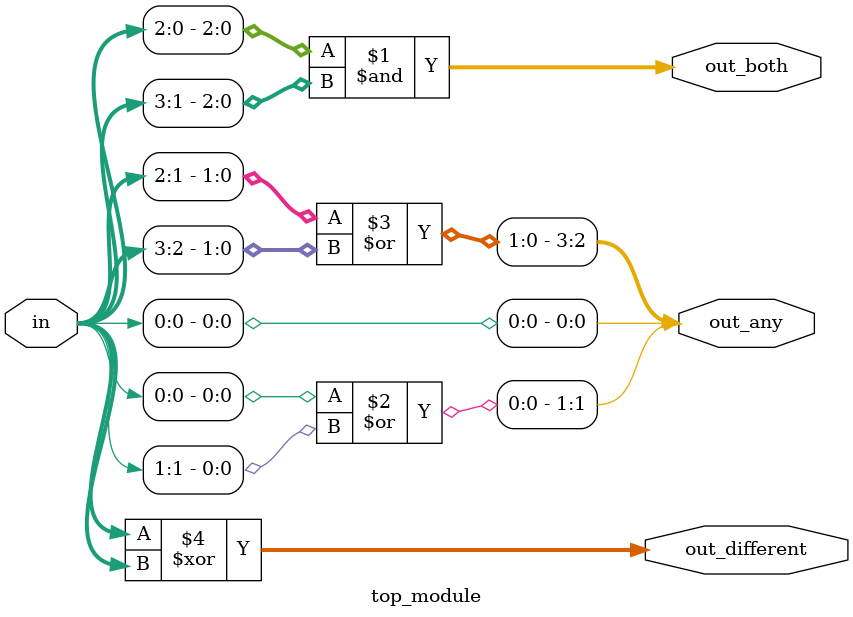
<source format=sv>
module top_module (
	input [3:0] in,
	output [2:0] out_both,
	output [3:0] out_any,
	output [3:0] out_different
);

assign out_both = in[2:0] & in[3:1];
assign out_any = {in[2:1] | in[3:2], in[0] | in[1], in[0]};
assign out_different = in ^ {in[3:1], in[0]};

endmodule

</source>
